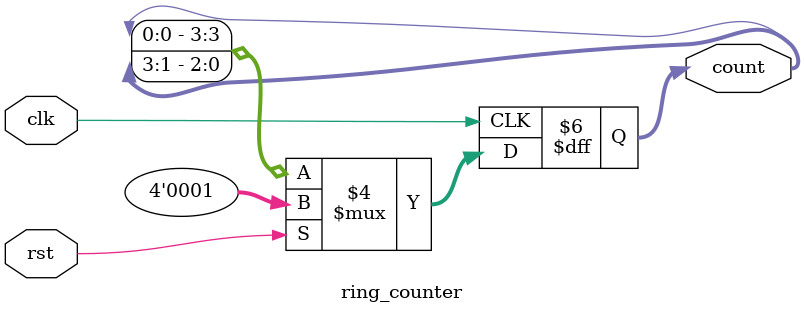
<source format=v>
module ring_counter(
    input  wire clk,
    input  wire rst,      // synchronous active-high reset
    output reg  [3:0] count
);

    always @(posedge clk) begin
        if (rst)
            count <= 4'b0001;             // IMPORTANT: one-hot init
        else
            count <= { count[0], count[3:1] };    // rotate right
    end

     initial begin
	     $dumpfile("dump.vcd");
     $dumpvars(0,ring_counter);
end

endmodule


</source>
